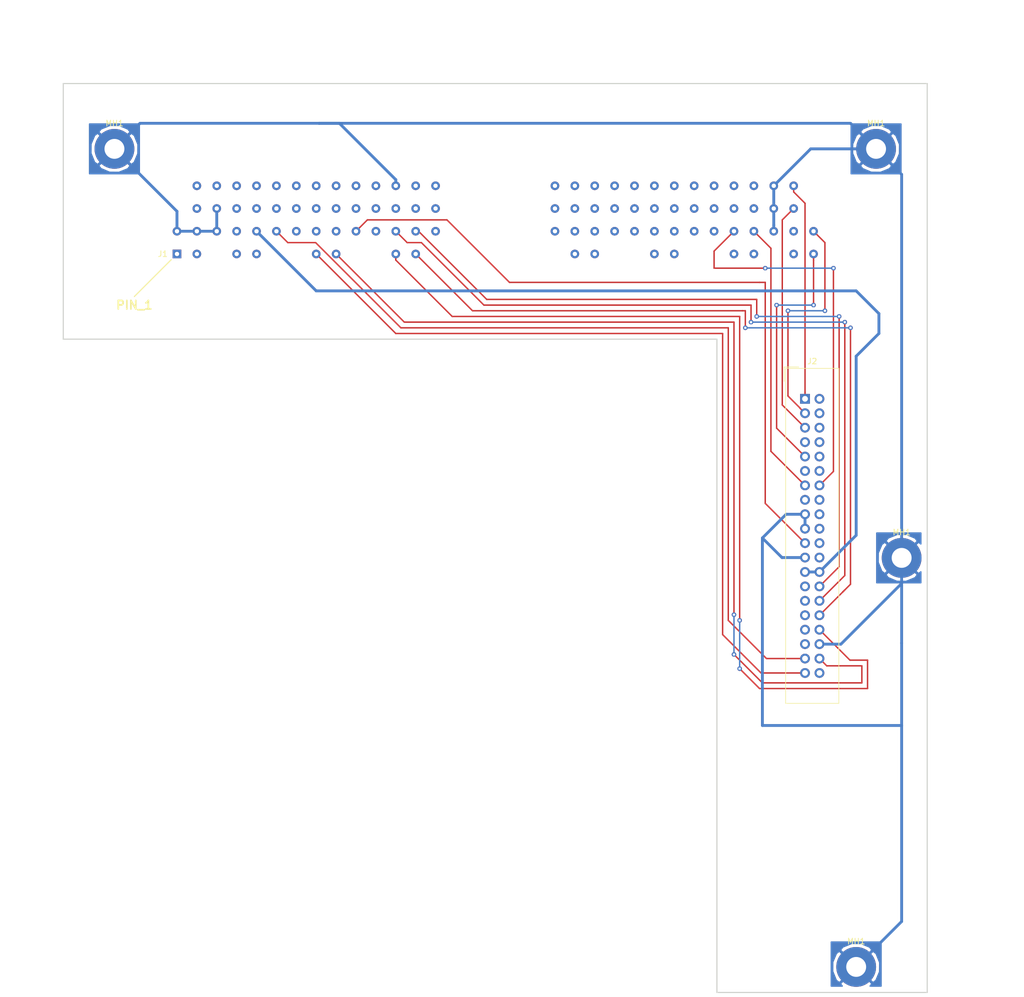
<source format=kicad_pcb>
(kicad_pcb (version 20171130) (host pcbnew "(5.0.0)")

  (general
    (thickness 1.6)
    (drawings 27)
    (tracks 154)
    (zones 0)
    (modules 6)
    (nets 110)
  )

  (page A4)
  (layers
    (0 F.Cu signal)
    (31 B.Cu signal)
    (32 B.Adhes user)
    (33 F.Adhes user)
    (34 B.Paste user)
    (35 F.Paste user)
    (36 B.SilkS user)
    (37 F.SilkS user)
    (38 B.Mask user)
    (39 F.Mask user)
    (40 Dwgs.User user)
    (41 Cmts.User user)
    (42 Eco1.User user)
    (43 Eco2.User user)
    (44 Edge.Cuts user)
    (45 Margin user)
    (46 B.CrtYd user)
    (47 F.CrtYd user)
    (48 B.Fab user)
    (49 F.Fab user)
  )

  (setup
    (last_trace_width 0.25)
    (trace_clearance 0.2)
    (zone_clearance 0.508)
    (zone_45_only no)
    (trace_min 0.1524)
    (segment_width 0.2)
    (edge_width 0.15)
    (via_size 0.8)
    (via_drill 0.4)
    (via_min_size 0.4)
    (via_min_drill 0.254)
    (uvia_size 0.3)
    (uvia_drill 0.1)
    (uvias_allowed no)
    (uvia_min_size 0.2)
    (uvia_min_drill 0.1)
    (pcb_text_width 0.3)
    (pcb_text_size 1.5 1.5)
    (mod_edge_width 0.15)
    (mod_text_size 1 1)
    (mod_text_width 0.15)
    (pad_size 1.524 1.524)
    (pad_drill 0.762)
    (pad_to_mask_clearance 0.0508)
    (aux_axis_origin 0 0)
    (visible_elements 7FFFFFFF)
    (pcbplotparams
      (layerselection 0x010fc_ffffffff)
      (usegerberextensions false)
      (usegerberattributes false)
      (usegerberadvancedattributes false)
      (creategerberjobfile false)
      (excludeedgelayer true)
      (linewidth 0.100000)
      (plotframeref false)
      (viasonmask false)
      (mode 1)
      (useauxorigin false)
      (hpglpennumber 1)
      (hpglpenspeed 20)
      (hpglpendiameter 15.000000)
      (psnegative false)
      (psa4output false)
      (plotreference true)
      (plotvalue true)
      (plotinvisibletext false)
      (padsonsilk false)
      (subtractmaskfromsilk false)
      (outputformat 1)
      (mirror false)
      (drillshape 0)
      (scaleselection 1)
      (outputdirectory "C:/Users/Adam/Documents/car/car4.svg"))
  )

  (net 0 "")
  (net 1 /Injector_1_1)
  (net 2 /Injector_2_1)
  (net 3 /Injector_3_1)
  (net 4 /Injector_3_2)
  (net 5 /Injector_4_1)
  (net 6 /Injector_4_2)
  (net 7 /Ignition_1)
  (net 8 /Ignition_4)
  (net 9 GND)
  (net 10 /MAP_0-5v)
  (net 11 /5v)
  (net 12 /Proto_1A)
  (net 13 /Proto_2A)
  (net 14 /Proto_3A)
  (net 15 /Proto_4A)
  (net 16 /Proto_5A)
  (net 17 /Coolant)
  (net 18 /Intake_Air_Temp)
  (net 19 /O2_Sensor)
  (net 20 /TPS_Input)
  (net 21 /Cam_Input_VR2+)
  (net 22 /Crank_Input_VR1+)
  (net 23 /VR2-)
  (net 24 /Idle_Stepper_2B)
  (net 25 /Idle_Stepper_2A)
  (net 26 /Idle_Stepper_1A)
  (net 27 /Idle_Stepper_1B)
  (net 28 /Ignition_3)
  (net 29 /Ignition_2)
  (net 30 /Boost)
  (net 31 /Idle_2)
  (net 32 /PWM_Idle)
  (net 33 /VVT)
  (net 34 /Injector_2_2?)
  (net 35 /Injector_1_2)
  (net 36 "Net-(J1-Pad1)")
  (net 37 "Net-(J1-Pad2)")
  (net 38 "Net-(J1-Pad3)")
  (net 39 "Net-(J1-Pad4)")
  (net 40 "Net-(J1-Pad9)")
  (net 41 "Net-(J1-Pad10)")
  (net 42 "Net-(J1-Pad11)")
  (net 43 "Net-(J1-Pad12)")
  (net 44 "Net-(J1-Pad13)")
  (net 45 "Net-(J1-Pad14)")
  (net 46 "Net-(J1-Pad15)")
  (net 47 "Net-(J1-Pad20)")
  (net 48 "Net-(J1-Pad23)")
  (net 49 "Net-(J1-Pad24)")
  (net 50 "Net-(J1-Pad25)")
  (net 51 "Net-(J1-Pad27)")
  (net 52 /VR1-)
  (net 53 "Net-(J1-Pad30)")
  (net 54 "Net-(J1-Pad31)")
  (net 55 /Proto_3B)
  (net 56 "Net-(J1-Pad33)")
  (net 57 "Net-(J1-Pad34)")
  (net 58 "Net-(J1-Pad35)")
  (net 59 "Net-(J1-Pad36)")
  (net 60 "Net-(J1-Pad37)")
  (net 61 "Net-(J1-Pad38)")
  (net 62 "Net-(J1-Pad39)")
  (net 63 "Net-(J1-Pad43)")
  (net 64 "Net-(J1-Pad45)")
  (net 65 "Net-(J1-Pad47)")
  (net 66 "Net-(J1-Pad48)")
  (net 67 "Net-(J1-Pad49)")
  (net 68 "Net-(J1-Pad50)")
  (net 69 "Net-(J1-Pad51)")
  (net 70 "Net-(J1-Pad52)")
  (net 71 "Net-(J1-Pad53)")
  (net 72 "Net-(J1-Pad54)")
  (net 73 "Net-(J1-Pad55)")
  (net 74 "Net-(J1-Pad56)")
  (net 75 "Net-(J1-Pad57)")
  (net 76 "Net-(J1-Pad58)")
  (net 77 "Net-(J1-Pad59)")
  (net 78 "Net-(J1-Pad60)")
  (net 79 "Net-(J1-Pad61)")
  (net 80 "Net-(J1-Pad62)")
  (net 81 "Net-(J1-Pad63)")
  (net 82 "Net-(J1-Pad64)")
  (net 83 "Net-(J1-Pad65)")
  (net 84 "Net-(J1-Pad66)")
  (net 85 "Net-(J1-Pad67)")
  (net 86 "Net-(J1-Pad68)")
  (net 87 "Net-(J1-Pad71)")
  (net 88 "Net-(J1-Pad72)")
  (net 89 "Net-(J1-Pad73)")
  (net 90 "Net-(J1-Pad74)")
  (net 91 "Net-(J1-Pad75)")
  (net 92 "Net-(J1-Pad76)")
  (net 93 "Net-(J1-Pad77)")
  (net 94 "Net-(J1-Pad78)")
  (net 95 "Net-(J1-Pad79)")
  (net 96 "Net-(J1-Pad80)")
  (net 97 "Net-(J1-Pad82)")
  (net 98 "Net-(J1-Pad83)")
  (net 99 "Net-(J1-Pad84)")
  (net 100 "Net-(J1-Pad85)")
  (net 101 "Net-(J1-Pad86)")
  (net 102 "Net-(J1-Pad87)")
  (net 103 "Net-(J1-Pad88)")
  (net 104 "Net-(J1-Pad89)")
  (net 105 "Net-(J1-Pad90)")
  (net 106 "Net-(J1-Pad91)")
  (net 107 "Net-(J1-Pad92)")
  (net 108 "Net-(J1-Pad93)")
  (net 109 "Net-(J1-Pad94)")

  (net_class Default "This is the default net class."
    (clearance 0.2)
    (trace_width 0.25)
    (via_dia 0.8)
    (via_drill 0.4)
    (uvia_dia 0.3)
    (uvia_drill 0.1)
    (add_net /5v)
    (add_net /Boost)
    (add_net /Cam_Input_VR2+)
    (add_net /Coolant)
    (add_net /Crank_Input_VR1+)
    (add_net /Idle_2)
    (add_net /Idle_Stepper_1A)
    (add_net /Idle_Stepper_1B)
    (add_net /Idle_Stepper_2A)
    (add_net /Idle_Stepper_2B)
    (add_net /Ignition_1)
    (add_net /Ignition_2)
    (add_net /Ignition_3)
    (add_net /Ignition_4)
    (add_net /Injector_1_1)
    (add_net /Injector_1_2)
    (add_net /Injector_2_1)
    (add_net /Injector_2_2?)
    (add_net /Injector_3_1)
    (add_net /Injector_3_2)
    (add_net /Injector_4_1)
    (add_net /Injector_4_2)
    (add_net /Intake_Air_Temp)
    (add_net /MAP_0-5v)
    (add_net /O2_Sensor)
    (add_net /PWM_Idle)
    (add_net /Proto_1A)
    (add_net /Proto_2A)
    (add_net /Proto_3A)
    (add_net /Proto_3B)
    (add_net /Proto_4A)
    (add_net /Proto_5A)
    (add_net /TPS_Input)
    (add_net /VR1-)
    (add_net /VR2-)
    (add_net /VVT)
    (add_net GND)
    (add_net "Net-(J1-Pad1)")
    (add_net "Net-(J1-Pad10)")
    (add_net "Net-(J1-Pad11)")
    (add_net "Net-(J1-Pad12)")
    (add_net "Net-(J1-Pad13)")
    (add_net "Net-(J1-Pad14)")
    (add_net "Net-(J1-Pad15)")
    (add_net "Net-(J1-Pad2)")
    (add_net "Net-(J1-Pad20)")
    (add_net "Net-(J1-Pad23)")
    (add_net "Net-(J1-Pad24)")
    (add_net "Net-(J1-Pad25)")
    (add_net "Net-(J1-Pad27)")
    (add_net "Net-(J1-Pad3)")
    (add_net "Net-(J1-Pad30)")
    (add_net "Net-(J1-Pad31)")
    (add_net "Net-(J1-Pad33)")
    (add_net "Net-(J1-Pad34)")
    (add_net "Net-(J1-Pad35)")
    (add_net "Net-(J1-Pad36)")
    (add_net "Net-(J1-Pad37)")
    (add_net "Net-(J1-Pad38)")
    (add_net "Net-(J1-Pad39)")
    (add_net "Net-(J1-Pad4)")
    (add_net "Net-(J1-Pad43)")
    (add_net "Net-(J1-Pad45)")
    (add_net "Net-(J1-Pad47)")
    (add_net "Net-(J1-Pad48)")
    (add_net "Net-(J1-Pad49)")
    (add_net "Net-(J1-Pad50)")
    (add_net "Net-(J1-Pad51)")
    (add_net "Net-(J1-Pad52)")
    (add_net "Net-(J1-Pad53)")
    (add_net "Net-(J1-Pad54)")
    (add_net "Net-(J1-Pad55)")
    (add_net "Net-(J1-Pad56)")
    (add_net "Net-(J1-Pad57)")
    (add_net "Net-(J1-Pad58)")
    (add_net "Net-(J1-Pad59)")
    (add_net "Net-(J1-Pad60)")
    (add_net "Net-(J1-Pad61)")
    (add_net "Net-(J1-Pad62)")
    (add_net "Net-(J1-Pad63)")
    (add_net "Net-(J1-Pad64)")
    (add_net "Net-(J1-Pad65)")
    (add_net "Net-(J1-Pad66)")
    (add_net "Net-(J1-Pad67)")
    (add_net "Net-(J1-Pad68)")
    (add_net "Net-(J1-Pad71)")
    (add_net "Net-(J1-Pad72)")
    (add_net "Net-(J1-Pad73)")
    (add_net "Net-(J1-Pad74)")
    (add_net "Net-(J1-Pad75)")
    (add_net "Net-(J1-Pad76)")
    (add_net "Net-(J1-Pad77)")
    (add_net "Net-(J1-Pad78)")
    (add_net "Net-(J1-Pad79)")
    (add_net "Net-(J1-Pad80)")
    (add_net "Net-(J1-Pad82)")
    (add_net "Net-(J1-Pad83)")
    (add_net "Net-(J1-Pad84)")
    (add_net "Net-(J1-Pad85)")
    (add_net "Net-(J1-Pad86)")
    (add_net "Net-(J1-Pad87)")
    (add_net "Net-(J1-Pad88)")
    (add_net "Net-(J1-Pad89)")
    (add_net "Net-(J1-Pad9)")
    (add_net "Net-(J1-Pad90)")
    (add_net "Net-(J1-Pad91)")
    (add_net "Net-(J1-Pad92)")
    (add_net "Net-(J1-Pad93)")
    (add_net "Net-(J1-Pad94)")
  )

  (module "Connector:Subaru ECM Connector" (layer B.Cu) (tedit 5BB55943) (tstamp 5BC53ED2)
    (at 40 45)
    (path /5BB1DA41)
    (fp_text reference J1 (at -2.5 0) (layer F.SilkS)
      (effects (font (size 1 1) (thickness 0.15)))
    )
    (fp_text value Subaru_ECM (at -6 -2) (layer F.Fab)
      (effects (font (size 1 1) (thickness 0.15)))
    )
    (pad 1 thru_hole rect (at 0 0) (size 1.524 1.524) (drill 0.762) (layers *.Cu *.Mask)
      (net 36 "Net-(J1-Pad1)"))
    (pad 2 thru_hole circle (at 3.5 0) (size 1.524 1.524) (drill 0.762) (layers *.Cu *.Mask)
      (net 37 "Net-(J1-Pad2)"))
    (pad 3 thru_hole circle (at 10.5 0) (size 1.524 1.524) (drill 0.762) (layers *.Cu *.Mask)
      (net 38 "Net-(J1-Pad3)"))
    (pad 4 thru_hole circle (at 14 0) (size 1.524 1.524) (drill 0.762) (layers *.Cu *.Mask)
      (net 39 "Net-(J1-Pad4)"))
    (pad 5 thru_hole circle (at 24.5 0) (size 1.524 1.524) (drill 0.762) (layers *.Cu *.Mask)
      (net 18 /Intake_Air_Temp))
    (pad 6 thru_hole circle (at 28 0) (size 1.524 1.524) (drill 0.762) (layers *.Cu *.Mask)
      (net 20 /TPS_Input))
    (pad 7 thru_hole circle (at 38.5 0) (size 1.524 1.524) (drill 0.762) (layers *.Cu *.Mask)
      (net 21 /Cam_Input_VR2+))
    (pad 8 thru_hole circle (at 42 0) (size 1.524 1.524) (drill 0.762) (layers *.Cu *.Mask)
      (net 22 /Crank_Input_VR1+))
    (pad 9 thru_hole circle (at 70 0) (size 1.524 1.524) (drill 0.762) (layers *.Cu *.Mask)
      (net 40 "Net-(J1-Pad9)"))
    (pad 10 thru_hole circle (at 73.5 0) (size 1.524 1.524) (drill 0.762) (layers *.Cu *.Mask)
      (net 41 "Net-(J1-Pad10)"))
    (pad 11 thru_hole circle (at 84 0) (size 1.524 1.524) (drill 0.762) (layers *.Cu *.Mask)
      (net 42 "Net-(J1-Pad11)"))
    (pad 12 thru_hole circle (at 87.5 0) (size 1.524 1.524) (drill 0.762) (layers *.Cu *.Mask)
      (net 43 "Net-(J1-Pad12)"))
    (pad 13 thru_hole circle (at 98 0) (size 1.524 1.524) (drill 0.762) (layers *.Cu *.Mask)
      (net 44 "Net-(J1-Pad13)"))
    (pad 14 thru_hole circle (at 101.5 0) (size 1.524 1.524) (drill 0.762) (layers *.Cu *.Mask)
      (net 45 "Net-(J1-Pad14)"))
    (pad 15 thru_hole circle (at 108.5 0) (size 1.524 1.524) (drill 0.762) (layers *.Cu *.Mask)
      (net 46 "Net-(J1-Pad15)"))
    (pad 16 thru_hole circle (at 112 0) (size 1.524 1.524) (drill 0.762) (layers *.Cu *.Mask)
      (net 5 /Injector_4_1))
    (pad 17 thru_hole circle (at 0 -4) (size 1.524 1.524) (drill 0.762) (layers *.Cu *.Mask)
      (net 9 GND))
    (pad 18 thru_hole circle (at 3.5 -4) (size 1.524 1.524) (drill 0.762) (layers *.Cu *.Mask)
      (net 9 GND))
    (pad 19 thru_hole circle (at 7 -4) (size 1.524 1.524) (drill 0.762) (layers *.Cu *.Mask)
      (net 9 GND))
    (pad 20 thru_hole circle (at 10.5 -4) (size 1.524 1.524) (drill 0.762) (layers *.Cu *.Mask)
      (net 47 "Net-(J1-Pad20)"))
    (pad 21 thru_hole circle (at 14 -4) (size 1.524 1.524) (drill 0.762) (layers *.Cu *.Mask)
      (net 11 /5v))
    (pad 22 thru_hole circle (at 17.5 -4) (size 1.524 1.524) (drill 0.762) (layers *.Cu *.Mask)
      (net 17 /Coolant))
    (pad 23 thru_hole circle (at 21 -4) (size 1.524 1.524) (drill 0.762) (layers *.Cu *.Mask)
      (net 48 "Net-(J1-Pad23)"))
    (pad 24 thru_hole circle (at 24.5 -4) (size 1.524 1.524) (drill 0.762) (layers *.Cu *.Mask)
      (net 49 "Net-(J1-Pad24)"))
    (pad 25 thru_hole circle (at 28 -4) (size 1.524 1.524) (drill 0.762) (layers *.Cu *.Mask)
      (net 50 "Net-(J1-Pad25)"))
    (pad 26 thru_hole circle (at 31.5 -4) (size 1.524 1.524) (drill 0.762) (layers *.Cu *.Mask)
      (net 10 /MAP_0-5v))
    (pad 27 thru_hole circle (at 35 -4) (size 1.524 1.524) (drill 0.762) (layers *.Cu *.Mask)
      (net 51 "Net-(J1-Pad27)"))
    (pad 28 thru_hole circle (at 38.5 -4) (size 1.524 1.524) (drill 0.762) (layers *.Cu *.Mask)
      (net 23 /VR2-))
    (pad 29 thru_hole circle (at 42 -4) (size 1.524 1.524) (drill 0.762) (layers *.Cu *.Mask)
      (net 52 /VR1-))
    (pad 30 thru_hole circle (at 45.5 -4) (size 1.524 1.524) (drill 0.762) (layers *.Cu *.Mask)
      (net 53 "Net-(J1-Pad30)"))
    (pad 31 thru_hole circle (at 66.5 -4) (size 1.524 1.524) (drill 0.762) (layers *.Cu *.Mask)
      (net 54 "Net-(J1-Pad31)"))
    (pad 32 thru_hole circle (at 70 -4) (size 1.524 1.524) (drill 0.762) (layers *.Cu *.Mask)
      (net 55 /Proto_3B))
    (pad 33 thru_hole circle (at 73.5 -4) (size 1.524 1.524) (drill 0.762) (layers *.Cu *.Mask)
      (net 56 "Net-(J1-Pad33)"))
    (pad 34 thru_hole circle (at 77 -4) (size 1.524 1.524) (drill 0.762) (layers *.Cu *.Mask)
      (net 57 "Net-(J1-Pad34)"))
    (pad 35 thru_hole circle (at 80.5 -4) (size 1.524 1.524) (drill 0.762) (layers *.Cu *.Mask)
      (net 58 "Net-(J1-Pad35)"))
    (pad 36 thru_hole circle (at 84 -4) (size 1.524 1.524) (drill 0.762) (layers *.Cu *.Mask)
      (net 59 "Net-(J1-Pad36)"))
    (pad 37 thru_hole circle (at 87.5 -4) (size 1.524 1.524) (drill 0.762) (layers *.Cu *.Mask)
      (net 60 "Net-(J1-Pad37)"))
    (pad 38 thru_hole circle (at 91 -4) (size 1.524 1.524) (drill 0.762) (layers *.Cu *.Mask)
      (net 61 "Net-(J1-Pad38)"))
    (pad 39 thru_hole circle (at 94.5 -4) (size 1.524 1.524) (drill 0.762) (layers *.Cu *.Mask)
      (net 62 "Net-(J1-Pad39)"))
    (pad 40 thru_hole circle (at 98 -4) (size 1.524 1.524) (drill 0.762) (layers *.Cu *.Mask)
      (net 29 /Ignition_2))
    (pad 41 thru_hole circle (at 101.5 -4) (size 1.524 1.524) (drill 0.762) (layers *.Cu *.Mask)
      (net 7 /Ignition_1))
    (pad 42 thru_hole circle (at 105 -4) (size 1.524 1.524) (drill 0.762) (layers *.Cu *.Mask)
      (net 9 GND))
    (pad 43 thru_hole circle (at 108.5 -4) (size 1.524 1.524) (drill 0.762) (layers *.Cu *.Mask)
      (net 63 "Net-(J1-Pad43)"))
    (pad 44 thru_hole circle (at 112 -4) (size 1.524 1.524) (drill 0.762) (layers *.Cu *.Mask)
      (net 2 /Injector_2_1))
    (pad 45 thru_hole circle (at 3.5 -8) (size 1.524 1.524) (drill 0.762) (layers *.Cu *.Mask)
      (net 64 "Net-(J1-Pad45)"))
    (pad 46 thru_hole circle (at 7 -8) (size 1.524 1.524) (drill 0.762) (layers *.Cu *.Mask)
      (net 9 GND))
    (pad 47 thru_hole circle (at 10.5 -8) (size 1.524 1.524) (drill 0.762) (layers *.Cu *.Mask)
      (net 65 "Net-(J1-Pad47)"))
    (pad 48 thru_hole circle (at 14 -8) (size 1.524 1.524) (drill 0.762) (layers *.Cu *.Mask)
      (net 66 "Net-(J1-Pad48)"))
    (pad 49 thru_hole circle (at 17.5 -8) (size 1.524 1.524) (drill 0.762) (layers *.Cu *.Mask)
      (net 67 "Net-(J1-Pad49)"))
    (pad 50 thru_hole circle (at 21 -8) (size 1.524 1.524) (drill 0.762) (layers *.Cu *.Mask)
      (net 68 "Net-(J1-Pad50)"))
    (pad 51 thru_hole circle (at 24.5 -8) (size 1.524 1.524) (drill 0.762) (layers *.Cu *.Mask)
      (net 69 "Net-(J1-Pad51)"))
    (pad 52 thru_hole circle (at 28 -8) (size 1.524 1.524) (drill 0.762) (layers *.Cu *.Mask)
      (net 70 "Net-(J1-Pad52)"))
    (pad 53 thru_hole circle (at 31.5 -8) (size 1.524 1.524) (drill 0.762) (layers *.Cu *.Mask)
      (net 71 "Net-(J1-Pad53)"))
    (pad 54 thru_hole circle (at 35 -8) (size 1.524 1.524) (drill 0.762) (layers *.Cu *.Mask)
      (net 72 "Net-(J1-Pad54)"))
    (pad 55 thru_hole circle (at 38.5 -8) (size 1.524 1.524) (drill 0.762) (layers *.Cu *.Mask)
      (net 73 "Net-(J1-Pad55)"))
    (pad 56 thru_hole circle (at 42 -8) (size 1.524 1.524) (drill 0.762) (layers *.Cu *.Mask)
      (net 74 "Net-(J1-Pad56)"))
    (pad 57 thru_hole circle (at 45.5 -8) (size 1.524 1.524) (drill 0.762) (layers *.Cu *.Mask)
      (net 75 "Net-(J1-Pad57)"))
    (pad 58 thru_hole circle (at 66.5 -8) (size 1.524 1.524) (drill 0.762) (layers *.Cu *.Mask)
      (net 76 "Net-(J1-Pad58)"))
    (pad 59 thru_hole circle (at 70 -8) (size 1.524 1.524) (drill 0.762) (layers *.Cu *.Mask)
      (net 77 "Net-(J1-Pad59)"))
    (pad 60 thru_hole circle (at 73.5 -8) (size 1.524 1.524) (drill 0.762) (layers *.Cu *.Mask)
      (net 78 "Net-(J1-Pad60)"))
    (pad 61 thru_hole circle (at 77 -8) (size 1.524 1.524) (drill 0.762) (layers *.Cu *.Mask)
      (net 79 "Net-(J1-Pad61)"))
    (pad 62 thru_hole circle (at 80.5 -8) (size 1.524 1.524) (drill 0.762) (layers *.Cu *.Mask)
      (net 80 "Net-(J1-Pad62)"))
    (pad 63 thru_hole circle (at 84 -8) (size 1.524 1.524) (drill 0.762) (layers *.Cu *.Mask)
      (net 81 "Net-(J1-Pad63)"))
    (pad 64 thru_hole circle (at 87.5 -8) (size 1.524 1.524) (drill 0.762) (layers *.Cu *.Mask)
      (net 82 "Net-(J1-Pad64)"))
    (pad 65 thru_hole circle (at 91 -8) (size 1.524 1.524) (drill 0.762) (layers *.Cu *.Mask)
      (net 83 "Net-(J1-Pad65)"))
    (pad 66 thru_hole circle (at 94.5 -8) (size 1.524 1.524) (drill 0.762) (layers *.Cu *.Mask)
      (net 84 "Net-(J1-Pad66)"))
    (pad 67 thru_hole circle (at 98 -8) (size 1.524 1.524) (drill 0.762) (layers *.Cu *.Mask)
      (net 85 "Net-(J1-Pad67)"))
    (pad 68 thru_hole circle (at 101.5 -8) (size 1.524 1.524) (drill 0.762) (layers *.Cu *.Mask)
      (net 86 "Net-(J1-Pad68)"))
    (pad 69 thru_hole circle (at 105 -8) (size 1.524 1.524) (drill 0.762) (layers *.Cu *.Mask)
      (net 9 GND))
    (pad 70 thru_hole circle (at 108.5 -8) (size 1.524 1.524) (drill 0.762) (layers *.Cu *.Mask)
      (net 3 /Injector_3_1))
    (pad 71 thru_hole circle (at 3.5 -12) (size 1.524 1.524) (drill 0.762) (layers *.Cu *.Mask)
      (net 87 "Net-(J1-Pad71)"))
    (pad 72 thru_hole circle (at 7 -12) (size 1.524 1.524) (drill 0.762) (layers *.Cu *.Mask)
      (net 88 "Net-(J1-Pad72)"))
    (pad 73 thru_hole circle (at 10.5 -12) (size 1.524 1.524) (drill 0.762) (layers *.Cu *.Mask)
      (net 89 "Net-(J1-Pad73)"))
    (pad 74 thru_hole circle (at 14 -12) (size 1.524 1.524) (drill 0.762) (layers *.Cu *.Mask)
      (net 90 "Net-(J1-Pad74)"))
    (pad 75 thru_hole circle (at 17.5 -12) (size 1.524 1.524) (drill 0.762) (layers *.Cu *.Mask)
      (net 91 "Net-(J1-Pad75)"))
    (pad 76 thru_hole circle (at 21 -12) (size 1.524 1.524) (drill 0.762) (layers *.Cu *.Mask)
      (net 92 "Net-(J1-Pad76)"))
    (pad 77 thru_hole circle (at 24.5 -12) (size 1.524 1.524) (drill 0.762) (layers *.Cu *.Mask)
      (net 93 "Net-(J1-Pad77)"))
    (pad 78 thru_hole circle (at 28 -12) (size 1.524 1.524) (drill 0.762) (layers *.Cu *.Mask)
      (net 94 "Net-(J1-Pad78)"))
    (pad 79 thru_hole circle (at 31.5 -12) (size 1.524 1.524) (drill 0.762) (layers *.Cu *.Mask)
      (net 95 "Net-(J1-Pad79)"))
    (pad 80 thru_hole circle (at 35 -12) (size 1.524 1.524) (drill 0.762) (layers *.Cu *.Mask)
      (net 96 "Net-(J1-Pad80)"))
    (pad 81 thru_hole circle (at 38.5 -12) (size 1.524 1.524) (drill 0.762) (layers *.Cu *.Mask)
      (net 9 GND))
    (pad 82 thru_hole circle (at 42 -12) (size 1.524 1.524) (drill 0.762) (layers *.Cu *.Mask)
      (net 97 "Net-(J1-Pad82)"))
    (pad 83 thru_hole circle (at 45.5 -12) (size 1.524 1.524) (drill 0.762) (layers *.Cu *.Mask)
      (net 98 "Net-(J1-Pad83)"))
    (pad 84 thru_hole circle (at 66.5 -12) (size 1.524 1.524) (drill 0.762) (layers *.Cu *.Mask)
      (net 99 "Net-(J1-Pad84)"))
    (pad 85 thru_hole circle (at 70 -12) (size 1.524 1.524) (drill 0.762) (layers *.Cu *.Mask)
      (net 100 "Net-(J1-Pad85)"))
    (pad 86 thru_hole circle (at 73.5 -12) (size 1.524 1.524) (drill 0.762) (layers *.Cu *.Mask)
      (net 101 "Net-(J1-Pad86)"))
    (pad 87 thru_hole circle (at 77 -12) (size 1.524 1.524) (drill 0.762) (layers *.Cu *.Mask)
      (net 102 "Net-(J1-Pad87)"))
    (pad 88 thru_hole circle (at 80.5 -12) (size 1.524 1.524) (drill 0.762) (layers *.Cu *.Mask)
      (net 103 "Net-(J1-Pad88)"))
    (pad 89 thru_hole circle (at 84 -12) (size 1.524 1.524) (drill 0.762) (layers *.Cu *.Mask)
      (net 104 "Net-(J1-Pad89)"))
    (pad 90 thru_hole circle (at 87.5 -12) (size 1.524 1.524) (drill 0.762) (layers *.Cu *.Mask)
      (net 105 "Net-(J1-Pad90)"))
    (pad 91 thru_hole circle (at 91 -12) (size 1.524 1.524) (drill 0.762) (layers *.Cu *.Mask)
      (net 106 "Net-(J1-Pad91)"))
    (pad 92 thru_hole circle (at 94.5 -12) (size 1.524 1.524) (drill 0.762) (layers *.Cu *.Mask)
      (net 107 "Net-(J1-Pad92)"))
    (pad 93 thru_hole circle (at 98 -12) (size 1.524 1.524) (drill 0.762) (layers *.Cu *.Mask)
      (net 108 "Net-(J1-Pad93)"))
    (pad 94 thru_hole circle (at 101.5 -12) (size 1.524 1.524) (drill 0.762) (layers *.Cu *.Mask)
      (net 109 "Net-(J1-Pad94)"))
    (pad 95 thru_hole circle (at 105 -12) (size 1.524 1.524) (drill 0.762) (layers *.Cu *.Mask)
      (net 9 GND))
    (pad 96 thru_hole circle (at 108.5 -12) (size 1.524 1.524) (drill 0.762) (layers *.Cu *.Mask)
      (net 1 /Injector_1_1))
  )

  (module MountingHole:MountingHole_3.5mm_Pad (layer F.Cu) (tedit 56D1B4CB) (tstamp 5BC55720)
    (at 167.5 98.5)
    (descr "Mounting Hole 3.5mm")
    (tags "mounting hole 3.5mm")
    (path /5BB4A7DE)
    (attr virtual)
    (fp_text reference MH1 (at 0 -4.5) (layer F.SilkS)
      (effects (font (size 1 1) (thickness 0.15)))
    )
    (fp_text value MountingHole_Pad (at 0 4.5) (layer F.Fab)
      (effects (font (size 1 1) (thickness 0.15)))
    )
    (fp_circle (center 0 0) (end 3.75 0) (layer F.CrtYd) (width 0.05))
    (fp_circle (center 0 0) (end 3.5 0) (layer Cmts.User) (width 0.15))
    (fp_text user %R (at 0.3 0) (layer F.Fab)
      (effects (font (size 1 1) (thickness 0.15)))
    )
    (pad 1 thru_hole circle (at 0 0) (size 7 7) (drill 3.5) (layers *.Cu *.Mask)
      (net 9 GND))
  )

  (module MountingHole:MountingHole_3.5mm_Pad (layer F.Cu) (tedit 56D1B4CB) (tstamp 5BC54324)
    (at 159.5 170.5)
    (descr "Mounting Hole 3.5mm")
    (tags "mounting hole 3.5mm")
    (path /5BB4A7DE)
    (attr virtual)
    (fp_text reference MH1 (at 0 -4.5) (layer F.SilkS)
      (effects (font (size 1 1) (thickness 0.15)))
    )
    (fp_text value MountingHole_Pad (at 0 4.5) (layer F.Fab)
      (effects (font (size 1 1) (thickness 0.15)))
    )
    (fp_text user %R (at 0.3 0) (layer F.Fab)
      (effects (font (size 1 1) (thickness 0.15)))
    )
    (fp_circle (center 0 0) (end 3.5 0) (layer Cmts.User) (width 0.15))
    (fp_circle (center 0 0) (end 3.75 0) (layer F.CrtYd) (width 0.05))
    (pad 1 thru_hole circle (at 0 0) (size 7 7) (drill 3.5) (layers *.Cu *.Mask)
      (net 9 GND))
  )

  (module MountingHole:MountingHole_3.5mm_Pad (layer F.Cu) (tedit 56D1B4CB) (tstamp 5BC4C887)
    (at 163 26.5)
    (descr "Mounting Hole 3.5mm")
    (tags "mounting hole 3.5mm")
    (path /5BB4A7DE)
    (attr virtual)
    (fp_text reference MH1 (at 0 -4.5) (layer F.SilkS)
      (effects (font (size 1 1) (thickness 0.15)))
    )
    (fp_text value MountingHole_Pad (at 0 4.5) (layer F.Fab)
      (effects (font (size 1 1) (thickness 0.15)))
    )
    (fp_circle (center 0 0) (end 3.75 0) (layer F.CrtYd) (width 0.05))
    (fp_circle (center 0 0) (end 3.5 0) (layer Cmts.User) (width 0.15))
    (fp_text user %R (at 0.3 0) (layer F.Fab)
      (effects (font (size 1 1) (thickness 0.15)))
    )
    (pad 1 thru_hole circle (at 0 0) (size 7 7) (drill 3.5) (layers *.Cu *.Mask)
      (net 9 GND))
  )

  (module MountingHole:MountingHole_3.5mm_Pad (layer F.Cu) (tedit 56D1B4CB) (tstamp 5BC4C484)
    (at 29 26.5)
    (descr "Mounting Hole 3.5mm")
    (tags "mounting hole 3.5mm")
    (path /5BB4A7DE)
    (attr virtual)
    (fp_text reference MH1 (at 0 -4.5) (layer F.SilkS)
      (effects (font (size 1 1) (thickness 0.15)))
    )
    (fp_text value MountingHole_Pad (at 0 4.5) (layer F.Fab)
      (effects (font (size 1 1) (thickness 0.15)))
    )
    (fp_text user %R (at 0.3 0) (layer F.Fab)
      (effects (font (size 1 1) (thickness 0.15)))
    )
    (fp_circle (center 0 0) (end 3.5 0) (layer Cmts.User) (width 0.15))
    (fp_circle (center 0 0) (end 3.75 0) (layer F.CrtYd) (width 0.05))
    (pad 1 thru_hole circle (at 0 0) (size 7 7) (drill 3.5) (layers *.Cu *.Mask)
      (net 9 GND))
  )

  (module Connector_IDC:IDC-Header_2x20_P2.54mm_Vertical-Counter-Clockwise (layer F.Cu) (tedit 5BACA20C) (tstamp 5BDE5CF1)
    (at 150.5 70.5)
    (descr "Through hole straight IDC box header, 2x20, 2.54mm pitch, double rows")
    (tags "Through hole IDC box header THT 2x20 2.54mm double row")
    (path /5BB5DE32)
    (fp_text reference J2 (at 1.27 -6.604) (layer F.SilkS)
      (effects (font (size 1 1) (thickness 0.15)))
    )
    (fp_text value Conn_02x20_Counter_Clockwise (at 1.27 54.864) (layer F.Fab)
      (effects (font (size 1 1) (thickness 0.15)))
    )
    (fp_line (start -3.655 -5.6) (end -1.115 -5.6) (layer F.SilkS) (width 0.12))
    (fp_line (start -3.655 -5.6) (end -3.655 -3.06) (layer F.SilkS) (width 0.12))
    (fp_line (start -3.405 -5.35) (end 5.945 -5.35) (layer F.SilkS) (width 0.12))
    (fp_line (start -3.405 53.61) (end -3.405 -5.35) (layer F.SilkS) (width 0.12))
    (fp_line (start 5.945 53.61) (end -3.405 53.61) (layer F.SilkS) (width 0.12))
    (fp_line (start 5.945 -5.35) (end 5.945 53.61) (layer F.SilkS) (width 0.12))
    (fp_line (start -3.41 -5.35) (end 5.95 -5.35) (layer F.CrtYd) (width 0.05))
    (fp_line (start -3.41 53.61) (end -3.41 -5.35) (layer F.CrtYd) (width 0.05))
    (fp_line (start 5.95 53.61) (end -3.41 53.61) (layer F.CrtYd) (width 0.05))
    (fp_line (start 5.95 -5.35) (end 5.95 53.61) (layer F.CrtYd) (width 0.05))
    (fp_line (start -3.155 53.36) (end -2.605 52.8) (layer F.Fab) (width 0.1))
    (fp_line (start -3.155 -5.1) (end -2.605 -4.56) (layer F.Fab) (width 0.1))
    (fp_line (start 5.695 53.36) (end 5.145 52.8) (layer F.Fab) (width 0.1))
    (fp_line (start 5.695 -5.1) (end 5.145 -4.56) (layer F.Fab) (width 0.1))
    (fp_line (start 5.145 52.8) (end -2.605 52.8) (layer F.Fab) (width 0.1))
    (fp_line (start 5.695 53.36) (end -3.155 53.36) (layer F.Fab) (width 0.1))
    (fp_line (start 5.145 -4.56) (end -2.605 -4.56) (layer F.Fab) (width 0.1))
    (fp_line (start 5.695 -5.1) (end -3.155 -5.1) (layer F.Fab) (width 0.1))
    (fp_line (start -2.605 26.38) (end -3.155 26.38) (layer F.Fab) (width 0.1))
    (fp_line (start -2.605 21.88) (end -3.155 21.88) (layer F.Fab) (width 0.1))
    (fp_line (start -2.605 26.38) (end -2.605 52.8) (layer F.Fab) (width 0.1))
    (fp_line (start -2.605 -4.56) (end -2.605 21.88) (layer F.Fab) (width 0.1))
    (fp_line (start -3.155 -5.1) (end -3.155 53.36) (layer F.Fab) (width 0.1))
    (fp_line (start 5.145 -4.56) (end 5.145 52.8) (layer F.Fab) (width 0.1))
    (fp_line (start 5.695 -5.1) (end 5.695 53.36) (layer F.Fab) (width 0.1))
    (fp_text user %R (at 1.27 24.13) (layer F.Fab)
      (effects (font (size 1 1) (thickness 0.15)))
    )
    (pad 21 thru_hole oval (at 2.54 48.26) (size 1.7272 1.7272) (drill 1.016) (layers *.Cu *.Mask)
      (net 19 /O2_Sensor))
    (pad 20 thru_hole oval (at 0 48.26) (size 1.7272 1.7272) (drill 1.016) (layers *.Cu *.Mask)
      (net 18 /Intake_Air_Temp))
    (pad 22 thru_hole oval (at 2.54 45.72) (size 1.7272 1.7272) (drill 1.016) (layers *.Cu *.Mask)
      (net 20 /TPS_Input))
    (pad 19 thru_hole oval (at 0 45.72) (size 1.7272 1.7272) (drill 1.016) (layers *.Cu *.Mask)
      (net 17 /Coolant))
    (pad 23 thru_hole oval (at 2.54 43.18) (size 1.7272 1.7272) (drill 1.016) (layers *.Cu *.Mask)
      (net 9 GND))
    (pad 18 thru_hole oval (at 0 43.18) (size 1.7272 1.7272) (drill 1.016) (layers *.Cu *.Mask)
      (net 16 /Proto_5A))
    (pad 24 thru_hole oval (at 2.54 40.64) (size 1.7272 1.7272) (drill 1.016) (layers *.Cu *.Mask)
      (net 21 /Cam_Input_VR2+))
    (pad 17 thru_hole oval (at 0 40.64) (size 1.7272 1.7272) (drill 1.016) (layers *.Cu *.Mask)
      (net 15 /Proto_4A))
    (pad 25 thru_hole oval (at 2.54 38.1) (size 1.7272 1.7272) (drill 1.016) (layers *.Cu *.Mask)
      (net 22 /Crank_Input_VR1+))
    (pad 16 thru_hole oval (at 0 38.1) (size 1.7272 1.7272) (drill 1.016) (layers *.Cu *.Mask)
      (net 14 /Proto_3A))
    (pad 26 thru_hole oval (at 2.54 35.56) (size 1.7272 1.7272) (drill 1.016) (layers *.Cu *.Mask)
      (net 23 /VR2-))
    (pad 15 thru_hole oval (at 0 35.56) (size 1.7272 1.7272) (drill 1.016) (layers *.Cu *.Mask)
      (net 13 /Proto_2A))
    (pad 27 thru_hole oval (at 2.54 33.02) (size 1.7272 1.7272) (drill 1.016) (layers *.Cu *.Mask)
      (net 52 /VR1-))
    (pad 14 thru_hole oval (at 0 33.02) (size 1.7272 1.7272) (drill 1.016) (layers *.Cu *.Mask)
      (net 12 /Proto_1A))
    (pad 28 thru_hole oval (at 2.54 30.48) (size 1.7272 1.7272) (drill 1.016) (layers *.Cu *.Mask)
      (net 11 /5v))
    (pad 13 thru_hole oval (at 0 30.48) (size 1.7272 1.7272) (drill 1.016) (layers *.Cu *.Mask)
      (net 11 /5v))
    (pad 29 thru_hole oval (at 2.54 27.94) (size 1.7272 1.7272) (drill 1.016) (layers *.Cu *.Mask)
      (net 24 /Idle_Stepper_2B))
    (pad 12 thru_hole oval (at 0 27.94) (size 1.7272 1.7272) (drill 1.016) (layers *.Cu *.Mask)
      (net 9 GND))
    (pad 30 thru_hole oval (at 2.54 25.4) (size 1.7272 1.7272) (drill 1.016) (layers *.Cu *.Mask)
      (net 25 /Idle_Stepper_2A))
    (pad 11 thru_hole oval (at 0 25.4) (size 1.7272 1.7272) (drill 1.016) (layers *.Cu *.Mask)
      (net 10 /MAP_0-5v))
    (pad 31 thru_hole oval (at 2.54 22.86) (size 1.7272 1.7272) (drill 1.016) (layers *.Cu *.Mask)
      (net 26 /Idle_Stepper_1A))
    (pad 10 thru_hole oval (at 0 22.86) (size 1.7272 1.7272) (drill 1.016) (layers *.Cu *.Mask)
      (net 9 GND))
    (pad 32 thru_hole oval (at 2.54 20.32) (size 1.7272 1.7272) (drill 1.016) (layers *.Cu *.Mask)
      (net 27 /Idle_Stepper_1B))
    (pad 9 thru_hole oval (at 0 20.32) (size 1.7272 1.7272) (drill 1.016) (layers *.Cu *.Mask)
      (net 9 GND))
    (pad 33 thru_hole oval (at 2.54 17.78) (size 1.7272 1.7272) (drill 1.016) (layers *.Cu *.Mask)
      (net 28 /Ignition_3))
    (pad 8 thru_hole oval (at 0 17.78) (size 1.7272 1.7272) (drill 1.016) (layers *.Cu *.Mask)
      (net 8 /Ignition_4))
    (pad 34 thru_hole oval (at 2.54 15.24) (size 1.7272 1.7272) (drill 1.016) (layers *.Cu *.Mask)
      (net 29 /Ignition_2))
    (pad 7 thru_hole oval (at 0 15.24) (size 1.7272 1.7272) (drill 1.016) (layers *.Cu *.Mask)
      (net 7 /Ignition_1))
    (pad 35 thru_hole oval (at 2.54 12.7) (size 1.7272 1.7272) (drill 1.016) (layers *.Cu *.Mask)
      (net 30 /Boost))
    (pad 6 thru_hole oval (at 0 12.7) (size 1.7272 1.7272) (drill 1.016) (layers *.Cu *.Mask)
      (net 6 /Injector_4_2))
    (pad 36 thru_hole oval (at 2.54 10.16) (size 1.7272 1.7272) (drill 1.016) (layers *.Cu *.Mask)
      (net 31 /Idle_2))
    (pad 5 thru_hole oval (at 0 10.16) (size 1.7272 1.7272) (drill 1.016) (layers *.Cu *.Mask)
      (net 5 /Injector_4_1))
    (pad 37 thru_hole oval (at 2.54 7.62) (size 1.7272 1.7272) (drill 1.016) (layers *.Cu *.Mask)
      (net 32 /PWM_Idle))
    (pad 4 thru_hole oval (at 0 7.62) (size 1.7272 1.7272) (drill 1.016) (layers *.Cu *.Mask)
      (net 4 /Injector_3_2))
    (pad 38 thru_hole oval (at 2.54 5.08) (size 1.7272 1.7272) (drill 1.016) (layers *.Cu *.Mask)
      (net 33 /VVT))
    (pad 3 thru_hole oval (at 0 5.08) (size 1.7272 1.7272) (drill 1.016) (layers *.Cu *.Mask)
      (net 3 /Injector_3_1))
    (pad 39 thru_hole oval (at 2.54 2.54) (size 1.7272 1.7272) (drill 1.016) (layers *.Cu *.Mask)
      (net 34 /Injector_2_2?))
    (pad 2 thru_hole oval (at 0 2.54) (size 1.7272 1.7272) (drill 1.016) (layers *.Cu *.Mask)
      (net 2 /Injector_2_1))
    (pad 40 thru_hole oval (at 2.54 0) (size 1.7272 1.7272) (drill 1.016) (layers *.Cu *.Mask)
      (net 35 /Injector_1_2))
    (pad 1 thru_hole rect (at 0 0) (size 1.7272 1.7272) (drill 1.016) (layers *.Cu *.Mask)
      (net 1 /Injector_1_1))
    (model ${KISYS3DMOD}/Connector_IDC.3dshapes/IDC-Header_2x20_P2.54mm_Vertical.wrl
      (at (xyz 0 0 0))
      (scale (xyz 1 1 1))
      (rotate (xyz 0 0 0))
    )
  )

  (gr_line (start 32.5 52.5) (end 39 46) (layer F.SilkS) (width 0.2))
  (gr_text PIN_1 (at 32.5 54) (layer F.SilkS)
    (effects (font (size 1.5 1.5) (thickness 0.3)))
  )
  (dimension 115 (width 0.3) (layer Dwgs.User)
    (gr_text "115.000 mm" (at 126.9 117.5 90) (layer Dwgs.User)
      (effects (font (size 1.5 1.5) (thickness 0.3)))
    )
    (feature1 (pts (xy 135 60) (xy 128.413579 60)))
    (feature2 (pts (xy 135 175) (xy 128.413579 175)))
    (crossbar (pts (xy 129 175) (xy 129 60)))
    (arrow1a (pts (xy 129 60) (xy 129.586421 61.126504)))
    (arrow1b (pts (xy 129 60) (xy 128.413579 61.126504)))
    (arrow2a (pts (xy 129 175) (xy 129.586421 173.873496)))
    (arrow2b (pts (xy 129 175) (xy 128.413579 173.873496)))
  )
  (dimension 45 (width 0.3) (layer Dwgs.User)
    (gr_text "45.000 mm" (at 14.4 37.5 270) (layer Dwgs.User)
      (effects (font (size 1.5 1.5) (thickness 0.3)))
    )
    (feature1 (pts (xy 20 60) (xy 15.913579 60)))
    (feature2 (pts (xy 20 15) (xy 15.913579 15)))
    (crossbar (pts (xy 16.5 15) (xy 16.5 60)))
    (arrow1a (pts (xy 16.5 60) (xy 15.913579 58.873496)))
    (arrow1b (pts (xy 16.5 60) (xy 17.086421 58.873496)))
    (arrow2a (pts (xy 16.5 15) (xy 15.913579 16.126504)))
    (arrow2b (pts (xy 16.5 15) (xy 17.086421 16.126504)))
  )
  (dimension 10.5 (width 0.3) (layer Dwgs.User)
    (gr_text "10.500 mm" (at 101.25 38.4) (layer Dwgs.User)
      (effects (font (size 1.5 1.5) (thickness 0.3)))
    )
    (feature1 (pts (xy 96 40.5) (xy 96 39.913579)))
    (feature2 (pts (xy 106.5 40.5) (xy 106.5 39.913579)))
    (crossbar (pts (xy 106.5 40.5) (xy 96 40.5)))
    (arrow1a (pts (xy 96 40.5) (xy 97.126504 39.913579)))
    (arrow1b (pts (xy 96 40.5) (xy 97.126504 41.086421)))
    (arrow2a (pts (xy 106.5 40.5) (xy 105.373496 39.913579)))
    (arrow2b (pts (xy 106.5 40.5) (xy 105.373496 41.086421)))
  )
  (dimension 10.5 (width 0.3) (layer Dwgs.User)
    (gr_text "10.500 mm" (at 90.75 42.6) (layer Dwgs.User)
      (effects (font (size 1.5 1.5) (thickness 0.3)))
    )
    (feature1 (pts (xy 96 40.5) (xy 96 41.086421)))
    (feature2 (pts (xy 85.5 40.5) (xy 85.5 41.086421)))
    (crossbar (pts (xy 85.5 40.5) (xy 96 40.5)))
    (arrow1a (pts (xy 96 40.5) (xy 94.873496 41.086421)))
    (arrow1b (pts (xy 96 40.5) (xy 94.873496 39.913579)))
    (arrow2a (pts (xy 85.5 40.5) (xy 86.626504 41.086421)))
    (arrow2b (pts (xy 85.5 40.5) (xy 86.626504 39.913579)))
  )
  (dimension 25.5 (width 0.3) (layer Dwgs.User)
    (gr_text "25.500 mm" (at 93.9 27.75 270) (layer Dwgs.User)
      (effects (font (size 1.5 1.5) (thickness 0.3)))
    )
    (feature1 (pts (xy 96 40.5) (xy 95.413579 40.5)))
    (feature2 (pts (xy 96 15) (xy 95.413579 15)))
    (crossbar (pts (xy 96 15) (xy 96 40.5)))
    (arrow1a (pts (xy 96 40.5) (xy 95.413579 39.373496)))
    (arrow1b (pts (xy 96 40.5) (xy 96.586421 39.373496)))
    (arrow2a (pts (xy 96 15) (xy 95.413579 16.126504)))
    (arrow2b (pts (xy 96 15) (xy 96.586421 16.126504)))
  )
  (dimension 4.5 (width 0.3) (layer Dwgs.User)
    (gr_text "4.500 mm" (at 151.4 172.75 90) (layer Dwgs.User)
      (effects (font (size 1.5 1.5) (thickness 0.3)))
    )
    (feature1 (pts (xy 159.5 170.5) (xy 152.913579 170.5)))
    (feature2 (pts (xy 159.5 175) (xy 152.913579 175)))
    (crossbar (pts (xy 153.5 175) (xy 153.5 170.5)))
    (arrow1a (pts (xy 153.5 170.5) (xy 154.086421 171.626504)))
    (arrow1b (pts (xy 153.5 170.5) (xy 152.913579 171.626504)))
    (arrow2a (pts (xy 153.5 175) (xy 154.086421 173.873496)))
    (arrow2b (pts (xy 153.5 175) (xy 152.913579 173.873496)))
  )
  (dimension 12.5 (width 0.3) (layer Dwgs.User)
    (gr_text "12.500 mm" (at 165.75 160.9) (layer Dwgs.User)
      (effects (font (size 1.5 1.5) (thickness 0.3)))
    )
    (feature1 (pts (xy 159.5 170.5) (xy 159.5 162.413579)))
    (feature2 (pts (xy 172 170.5) (xy 172 162.413579)))
    (crossbar (pts (xy 172 163) (xy 159.5 163)))
    (arrow1a (pts (xy 159.5 163) (xy 160.626504 162.413579)))
    (arrow1b (pts (xy 159.5 163) (xy 160.626504 163.586421)))
    (arrow2a (pts (xy 172 163) (xy 170.873496 162.413579)))
    (arrow2b (pts (xy 172 163) (xy 170.873496 163.586421)))
  )
  (dimension 72.140488 (width 0.3) (layer Dwgs.User)
    (gr_text "72.140 mm" (at 182.069645 61.448773 273.5763344) (layer Dwgs.User)
      (effects (font (size 1.5 1.5) (thickness 0.3)))
    )
    (feature1 (pts (xy 167.5 98.5) (xy 182.809013 97.543187)))
    (feature2 (pts (xy 163 26.5) (xy 178.309013 25.543187)))
    (crossbar (pts (xy 177.723735 25.579767) (xy 182.223735 97.579767)))
    (arrow1a (pts (xy 182.223735 97.579767) (xy 181.568187 96.492037)))
    (arrow1b (pts (xy 182.223735 97.579767) (xy 182.738744 96.418877)))
    (arrow2a (pts (xy 177.723735 25.579767) (xy 177.208726 26.740657)))
    (arrow2b (pts (xy 177.723735 25.579767) (xy 178.379283 26.667497)))
  )
  (dimension 83.5 (width 0.3) (layer Dwgs.User)
    (gr_text "83.500 mm" (at 176.1 56.75 270) (layer Dwgs.User)
      (effects (font (size 1.5 1.5) (thickness 0.3)))
    )
    (feature1 (pts (xy 167.5 98.5) (xy 174.586421 98.5)))
    (feature2 (pts (xy 167.5 15) (xy 174.586421 15)))
    (crossbar (pts (xy 174 15) (xy 174 98.5)))
    (arrow1a (pts (xy 174 98.5) (xy 173.413579 97.373496)))
    (arrow1b (pts (xy 174 98.5) (xy 174.586421 97.373496)))
    (arrow2a (pts (xy 174 15) (xy 173.413579 16.126504)))
    (arrow2b (pts (xy 174 15) (xy 174.586421 16.126504)))
  )
  (dimension 4.5 (width 0.3) (layer Dwgs.User)
    (gr_text "4.500 mm" (at 169.75 107.1) (layer Dwgs.User)
      (effects (font (size 1.5 1.5) (thickness 0.3)))
    )
    (feature1 (pts (xy 167.5 98.5) (xy 167.5 105.586421)))
    (feature2 (pts (xy 172 98.5) (xy 172 105.586421)))
    (crossbar (pts (xy 172 105) (xy 167.5 105)))
    (arrow1a (pts (xy 167.5 105) (xy 168.626504 104.413579)))
    (arrow1b (pts (xy 167.5 105) (xy 168.626504 105.586421)))
    (arrow2a (pts (xy 172 105) (xy 170.873496 104.413579)))
    (arrow2b (pts (xy 172 105) (xy 170.873496 105.586421)))
  )
  (dimension 11.5 (width 0.3) (layer Dwgs.User)
    (gr_text "11.500 mm" (at 156.4 20.75 90) (layer Dwgs.User)
      (effects (font (size 1.5 1.5) (thickness 0.3)))
    )
    (feature1 (pts (xy 164 15) (xy 157.913579 15)))
    (feature2 (pts (xy 164 26.5) (xy 157.913579 26.5)))
    (crossbar (pts (xy 158.5 26.5) (xy 158.5 15)))
    (arrow1a (pts (xy 158.5 15) (xy 159.086421 16.126504)))
    (arrow1b (pts (xy 158.5 15) (xy 157.913579 16.126504)))
    (arrow2a (pts (xy 158.5 26.5) (xy 159.086421 25.373496)))
    (arrow2b (pts (xy 158.5 26.5) (xy 157.913579 25.373496)))
  )
  (dimension 9 (width 0.3) (layer Dwgs.User)
    (gr_text "9.000 mm" (at 167.547394 17.9) (layer Dwgs.User)
      (effects (font (size 1.5 1.5) (thickness 0.3)))
    )
    (feature1 (pts (xy 163.047394 26.5) (xy 163.047394 19.413579)))
    (feature2 (pts (xy 172.047394 26.5) (xy 172.047394 19.413579)))
    (crossbar (pts (xy 172.047394 20) (xy 163.047394 20)))
    (arrow1a (pts (xy 163.047394 20) (xy 164.173898 19.413579)))
    (arrow1b (pts (xy 163.047394 20) (xy 164.173898 20.586421)))
    (arrow2a (pts (xy 172.047394 20) (xy 170.92089 19.413579)))
    (arrow2b (pts (xy 172.047394 20) (xy 170.92089 20.586421)))
  )
  (dimension 11.5 (width 0.3) (layer Dwgs.User)
    (gr_text "11.500 mm" (at 36.124937 20.75 90) (layer Dwgs.User)
      (effects (font (size 1.5 1.5) (thickness 0.3)))
    )
    (feature1 (pts (xy 29 15) (xy 34.611358 15)))
    (feature2 (pts (xy 29 26.5) (xy 34.611358 26.5)))
    (crossbar (pts (xy 34.024937 26.5) (xy 34.024937 15)))
    (arrow1a (pts (xy 34.024937 15) (xy 34.611358 16.126504)))
    (arrow1b (pts (xy 34.024937 15) (xy 33.438516 16.126504)))
    (arrow2a (pts (xy 34.024937 26.5) (xy 34.611358 25.373496)))
    (arrow2b (pts (xy 34.024937 26.5) (xy 33.438516 25.373496)))
  )
  (dimension 9 (width 0.3) (layer Dwgs.User)
    (gr_text "9.000 mm" (at 24.5 18.379203) (layer Dwgs.User)
      (effects (font (size 1.5 1.5) (thickness 0.3)))
    )
    (feature1 (pts (xy 20 26.5) (xy 20 19.892782)))
    (feature2 (pts (xy 29 26.5) (xy 29 19.892782)))
    (crossbar (pts (xy 29 20.479203) (xy 20 20.479203)))
    (arrow1a (pts (xy 20 20.479203) (xy 21.126504 19.892782)))
    (arrow1b (pts (xy 20 20.479203) (xy 21.126504 21.065624)))
    (arrow2a (pts (xy 29 20.479203) (xy 27.873496 19.892782)))
    (arrow2b (pts (xy 29 20.479203) (xy 27.873496 21.065624)))
  )
  (dimension 18 (width 0.3) (layer Dwgs.User)
    (gr_text "18.000 mm" (at 108.6 24 90) (layer Dwgs.User)
      (effects (font (size 1.5 1.5) (thickness 0.3)))
    )
    (feature1 (pts (xy 106.5 15) (xy 107.086421 15)))
    (feature2 (pts (xy 106.5 33) (xy 107.086421 33)))
    (crossbar (pts (xy 106.5 33) (xy 106.5 15)))
    (arrow1a (pts (xy 106.5 15) (xy 107.086421 16.126504)))
    (arrow1b (pts (xy 106.5 15) (xy 105.913579 16.126504)))
    (arrow2a (pts (xy 106.5 33) (xy 107.086421 31.873496)))
    (arrow2b (pts (xy 106.5 33) (xy 105.913579 31.873496)))
  )
  (dimension 160 (width 0.3) (layer Dwgs.User)
    (gr_text "160.000 mm" (at 187.1 95 270) (layer Dwgs.User)
      (effects (font (size 1.5 1.5) (thickness 0.3)))
    )
    (feature1 (pts (xy 172 175) (xy 185.586421 175)))
    (feature2 (pts (xy 172 15) (xy 185.586421 15)))
    (crossbar (pts (xy 185 15) (xy 185 175)))
    (arrow1a (pts (xy 185 175) (xy 184.413579 173.873496)))
    (arrow1b (pts (xy 185 175) (xy 185.586421 173.873496)))
    (arrow2a (pts (xy 185 15) (xy 184.413579 16.126504)))
    (arrow2b (pts (xy 185 15) (xy 185.586421 16.126504)))
  )
  (dimension 152 (width 0.3) (layer Dwgs.User)
    (gr_text "152.000 mm" (at 96 1.4) (layer Dwgs.User)
      (effects (font (size 1.5 1.5) (thickness 0.3)))
    )
    (feature1 (pts (xy 172 15) (xy 172 2.913579)))
    (feature2 (pts (xy 20 15) (xy 20 2.913579)))
    (crossbar (pts (xy 20 3.5) (xy 172 3.5)))
    (arrow1a (pts (xy 172 3.5) (xy 170.873496 4.086421)))
    (arrow1b (pts (xy 172 3.5) (xy 170.873496 2.913579)))
    (arrow2a (pts (xy 20 3.5) (xy 21.126504 4.086421)))
    (arrow2b (pts (xy 20 3.5) (xy 21.126504 2.913579)))
  )
  (dimension 23.5 (width 0.3) (layer Dwgs.User)
    (gr_text "23.500 mm" (at 31.75 35.1) (layer Dwgs.User)
      (effects (font (size 1.5 1.5) (thickness 0.3)))
    )
    (feature1 (pts (xy 20 33) (xy 20 32.413579)))
    (feature2 (pts (xy 43.5 33) (xy 43.5 32.413579)))
    (crossbar (pts (xy 43.5 33) (xy 20 33)))
    (arrow1a (pts (xy 20 33) (xy 21.126504 32.413579)))
    (arrow1b (pts (xy 20 33) (xy 21.126504 33.586421)))
    (arrow2a (pts (xy 43.5 33) (xy 42.373496 32.413579)))
    (arrow2b (pts (xy 43.5 33) (xy 42.373496 33.586421)))
  )
  (dimension 23.5 (width 0.3) (layer Dwgs.User)
    (gr_text "23.500 mm" (at 160.25 35.1) (layer Dwgs.User)
      (effects (font (size 1.5 1.5) (thickness 0.3)))
    )
    (feature1 (pts (xy 172 33) (xy 172 33.586421)))
    (feature2 (pts (xy 148.5 33) (xy 148.5 33.586421)))
    (crossbar (pts (xy 148.5 33) (xy 172 33)))
    (arrow1a (pts (xy 172 33) (xy 170.873496 33.586421)))
    (arrow1b (pts (xy 172 33) (xy 170.873496 32.413579)))
    (arrow2a (pts (xy 148.5 33) (xy 149.626504 33.586421)))
    (arrow2b (pts (xy 148.5 33) (xy 149.626504 32.413579)))
  )
  (gr_line (start 172 175) (end 172 15) (layer Edge.Cuts) (width 0.2))
  (gr_line (start 135 175) (end 172 175) (layer Edge.Cuts) (width 0.2))
  (gr_line (start 135 60) (end 135 175) (layer Edge.Cuts) (width 0.2))
  (gr_line (start 20 60) (end 135 60) (layer Edge.Cuts) (width 0.2))
  (gr_line (start 20 15) (end 20 60) (layer Edge.Cuts) (width 0.2))
  (gr_line (start 172 15) (end 20 15) (layer Edge.Cuts) (width 0.2))

  (segment (start 150.5 69.3864) (end 150.5 70.5) (width 0.25) (layer F.Cu) (net 1))
  (segment (start 150.5 36.07763) (end 150.5 69.3864) (width 0.25) (layer F.Cu) (net 1))
  (segment (start 148.5 34.07763) (end 150.5 36.07763) (width 0.25) (layer F.Cu) (net 1))
  (segment (start 148.5 33) (end 148.5 34.07763) (width 0.25) (layer F.Cu) (net 1))
  (via (at 154 55) (size 0.8) (drill 0.4) (layers F.Cu B.Cu) (net 2))
  (via (at 147.5 55) (size 0.8) (drill 0.4) (layers F.Cu B.Cu) (net 2))
  (segment (start 149.636401 72.136401) (end 147.5 70) (width 0.25) (layer F.Cu) (net 2))
  (segment (start 149.636401 72.176401) (end 149.636401 72.136401) (width 0.25) (layer F.Cu) (net 2))
  (segment (start 150.5 73.04) (end 149.636401 72.176401) (width 0.25) (layer F.Cu) (net 2))
  (segment (start 147.5 55) (end 147.5 70) (width 0.25) (layer F.Cu) (net 2))
  (segment (start 152 41) (end 154 43) (width 0.25) (layer F.Cu) (net 2))
  (segment (start 154 43) (end 154 55) (width 0.25) (layer F.Cu) (net 2))
  (segment (start 147.5 55) (end 154 55) (width 0.25) (layer B.Cu) (net 2))
  (segment (start 148.5 37) (end 146.5 39) (width 0.25) (layer F.Cu) (net 3))
  (segment (start 146.5 71.58) (end 146.5 71.5) (width 0.25) (layer F.Cu) (net 3))
  (segment (start 150.5 75.58) (end 146.5 71.58) (width 0.25) (layer F.Cu) (net 3))
  (segment (start 146.5 39) (end 146.5 71.5) (width 0.25) (layer F.Cu) (net 3))
  (segment (start 152 45) (end 152 46.07763) (width 0.25) (layer F.Cu) (net 5))
  (via (at 152 54) (size 0.8) (drill 0.4) (layers F.Cu B.Cu) (net 5))
  (segment (start 152 46.07763) (end 152 54) (width 0.25) (layer F.Cu) (net 5))
  (segment (start 152 54) (end 145.5 54) (width 0.25) (layer B.Cu) (net 5))
  (via (at 145.5 54) (size 0.8) (drill 0.4) (layers F.Cu B.Cu) (net 5))
  (segment (start 145.5 75.66) (end 150.5 80.66) (width 0.25) (layer F.Cu) (net 5))
  (segment (start 145.5 54) (end 145.5 75.66) (width 0.25) (layer F.Cu) (net 5))
  (segment (start 141.5 41) (end 144.5 44) (width 0.25) (layer F.Cu) (net 7))
  (segment (start 144.5 79.74) (end 150.5 85.74) (width 0.25) (layer F.Cu) (net 7))
  (segment (start 144.5 44) (end 144.5 79.74) (width 0.25) (layer F.Cu) (net 7))
  (segment (start 167.5 31) (end 163 26.5) (width 0.5) (layer B.Cu) (net 9))
  (segment (start 167.5 98.5) (end 167.5 31) (width 0.5) (layer B.Cu) (net 9))
  (segment (start 167.5 162.5) (end 159.5 170.5) (width 0.5) (layer B.Cu) (net 9))
  (segment (start 33.5 22) (end 29 26.5) (width 0.5) (layer B.Cu) (net 9))
  (segment (start 163 26.5) (end 158.5 22) (width 0.5) (layer B.Cu) (net 9))
  (segment (start 167.5 99.22) (end 167.5 98.5) (width 0.5) (layer F.Cu) (net 9))
  (segment (start 143 95) (end 143 128) (width 0.5) (layer B.Cu) (net 9))
  (segment (start 143 128) (end 167.5 128) (width 0.5) (layer B.Cu) (net 9))
  (segment (start 167.5 128) (end 167.5 162.5) (width 0.5) (layer B.Cu) (net 9))
  (segment (start 167.5 113.5) (end 167.5 128) (width 0.5) (layer B.Cu) (net 9))
  (segment (start 156.82 113.68) (end 167.5 103) (width 0.5) (layer B.Cu) (net 9))
  (segment (start 153.04 113.68) (end 156.82 113.68) (width 0.5) (layer B.Cu) (net 9))
  (segment (start 167.5 98.5) (end 167.5 103) (width 0.5) (layer B.Cu) (net 9))
  (segment (start 167.5 103) (end 167.5 113.5) (width 0.5) (layer B.Cu) (net 9))
  (segment (start 150.5 93.36) (end 150.5 90.82) (width 0.5) (layer B.Cu) (net 9))
  (segment (start 145 39.92237) (end 145 37) (width 0.5) (layer B.Cu) (net 9))
  (segment (start 145 41) (end 145 39.92237) (width 0.5) (layer B.Cu) (net 9))
  (segment (start 145 37) (end 145 33) (width 0.5) (layer B.Cu) (net 9))
  (segment (start 151.5 26.5) (end 163 26.5) (width 0.5) (layer B.Cu) (net 9))
  (segment (start 145 33) (end 151.5 26.5) (width 0.5) (layer B.Cu) (net 9))
  (segment (start 47 41) (end 43.5 41) (width 0.5) (layer B.Cu) (net 9))
  (segment (start 40 41) (end 43.5 41) (width 0.5) (layer B.Cu) (net 9))
  (segment (start 47 41) (end 47 37) (width 0.5) (layer B.Cu) (net 9))
  (segment (start 40 37.5) (end 29 26.5) (width 0.5) (layer B.Cu) (net 9))
  (segment (start 40 41) (end 40 37.5) (width 0.5) (layer B.Cu) (net 9))
  (segment (start 68.57763 22) (end 65 22) (width 0.5) (layer B.Cu) (net 9))
  (segment (start 78.5 31.92237) (end 68.57763 22) (width 0.5) (layer B.Cu) (net 9))
  (segment (start 78.5 33) (end 78.5 31.92237) (width 0.5) (layer B.Cu) (net 9))
  (segment (start 158.5 22) (end 65 22) (width 0.5) (layer B.Cu) (net 9))
  (segment (start 65 22) (end 33.5 22) (width 0.5) (layer B.Cu) (net 9))
  (segment (start 147.18 90.82) (end 143 95) (width 0.5) (layer B.Cu) (net 9))
  (segment (start 150.5 90.82) (end 147.18 90.82) (width 0.5) (layer B.Cu) (net 9))
  (segment (start 146.44 98.44) (end 143 95) (width 0.5) (layer B.Cu) (net 9))
  (segment (start 150.5 98.44) (end 146.44 98.44) (width 0.5) (layer B.Cu) (net 9))
  (segment (start 150.5 95.9) (end 143.5 88.9) (width 0.25) (layer F.Cu) (net 10))
  (segment (start 143.5 88.9) (end 143.5 58) (width 0.25) (layer F.Cu) (net 10))
  (segment (start 142.5 50) (end 98.5 50) (width 0.25) (layer F.Cu) (net 10))
  (segment (start 98.5 50) (end 87.5 39) (width 0.25) (layer F.Cu) (net 10))
  (segment (start 73.5 39) (end 71.5 41) (width 0.25) (layer F.Cu) (net 10))
  (segment (start 87.5 39) (end 73.5 39) (width 0.25) (layer F.Cu) (net 10))
  (segment (start 142.5 50) (end 143.5 50) (width 0.25) (layer F.Cu) (net 10))
  (segment (start 143.5 50) (end 143.5 58) (width 0.25) (layer F.Cu) (net 10))
  (segment (start 153.04 100.98) (end 150.5 100.98) (width 0.5) (layer B.Cu) (net 11))
  (segment (start 153.04 100.98) (end 159.5 94.52) (width 0.5) (layer B.Cu) (net 11))
  (segment (start 159.5 94.52) (end 159.5 63) (width 0.5) (layer B.Cu) (net 11))
  (segment (start 159.5 63) (end 163.5 59) (width 0.5) (layer B.Cu) (net 11))
  (segment (start 163.5 59) (end 163.5 55.5) (width 0.5) (layer B.Cu) (net 11))
  (segment (start 163.5 55.5) (end 159.5 51.5) (width 0.5) (layer B.Cu) (net 11))
  (segment (start 64.5 51.5) (end 54 41) (width 0.5) (layer B.Cu) (net 11))
  (segment (start 159.5 51.5) (end 64.5 51.5) (width 0.5) (layer B.Cu) (net 11))
  (segment (start 64.391238 43) (end 79.391238 58) (width 0.25) (layer F.Cu) (net 17))
  (segment (start 57.5 41) (end 59.5 43) (width 0.25) (layer F.Cu) (net 17))
  (segment (start 59.5 43) (end 64.391238 43) (width 0.25) (layer F.Cu) (net 17))
  (segment (start 79.391238 58) (end 137 58) (width 0.25) (layer F.Cu) (net 17))
  (segment (start 143.72 116.22) (end 137 109.5) (width 0.25) (layer F.Cu) (net 17))
  (segment (start 150.5 116.22) (end 143.72 116.22) (width 0.25) (layer F.Cu) (net 17))
  (segment (start 137 58) (end 137 109.5) (width 0.25) (layer F.Cu) (net 17))
  (segment (start 78.5 59) (end 64.5 45) (width 0.25) (layer F.Cu) (net 18))
  (segment (start 136 59) (end 78.5 59) (width 0.25) (layer F.Cu) (net 18))
  (segment (start 136 112) (end 136 59) (width 0.25) (layer F.Cu) (net 18))
  (segment (start 150.5 118.76) (end 142.76 118.76) (width 0.25) (layer F.Cu) (net 18))
  (segment (start 142.76 118.76) (end 136 112) (width 0.25) (layer F.Cu) (net 18))
  (segment (start 68 45) (end 80 57) (width 0.25) (layer F.Cu) (net 20))
  (segment (start 80 57) (end 138 57) (width 0.25) (layer F.Cu) (net 20))
  (segment (start 138 57) (end 138 108.5) (width 0.25) (layer F.Cu) (net 20))
  (via (at 138 108.5) (size 0.8) (drill 0.4) (layers F.Cu B.Cu) (net 20))
  (segment (start 138 108.5) (end 138 115.5) (width 0.25) (layer B.Cu) (net 20))
  (via (at 138 115.5) (size 0.8) (drill 0.4) (layers F.Cu B.Cu) (net 20))
  (segment (start 154.32 117.5) (end 153.04 116.22) (width 0.25) (layer F.Cu) (net 20))
  (segment (start 160.5 117.5) (end 154.32 117.5) (width 0.25) (layer F.Cu) (net 20))
  (segment (start 160.5 120.5) (end 160.5 117.5) (width 0.25) (layer F.Cu) (net 20))
  (segment (start 138 115.5) (end 143 120.5) (width 0.25) (layer F.Cu) (net 20))
  (segment (start 143 120.5) (end 160.5 120.5) (width 0.25) (layer F.Cu) (net 20))
  (segment (start 78.5 46.07763) (end 88.42237 56) (width 0.25) (layer F.Cu) (net 21))
  (segment (start 78.5 45) (end 78.5 46.07763) (width 0.25) (layer F.Cu) (net 21))
  (segment (start 88.42237 56) (end 139 56) (width 0.25) (layer F.Cu) (net 21))
  (segment (start 139 56) (end 139 109.5) (width 0.25) (layer F.Cu) (net 21))
  (via (at 139 109.5) (size 0.8) (drill 0.4) (layers F.Cu B.Cu) (net 21))
  (segment (start 139 109.5) (end 139 118) (width 0.25) (layer B.Cu) (net 21))
  (via (at 139 118) (size 0.8) (drill 0.4) (layers F.Cu B.Cu) (net 21))
  (segment (start 158.4 116.5) (end 153.04 111.14) (width 0.25) (layer F.Cu) (net 21))
  (segment (start 161.5 116.5) (end 158.4 116.5) (width 0.25) (layer F.Cu) (net 21))
  (segment (start 161.5 121.5) (end 161.5 116.5) (width 0.25) (layer F.Cu) (net 21))
  (segment (start 139 118) (end 142.5 121.5) (width 0.25) (layer F.Cu) (net 21))
  (segment (start 142.5 121.5) (end 161.5 121.5) (width 0.25) (layer F.Cu) (net 21))
  (segment (start 82 45) (end 92 55) (width 0.25) (layer F.Cu) (net 22))
  (segment (start 92 55) (end 139.5 55) (width 0.25) (layer F.Cu) (net 22))
  (segment (start 139.5 55) (end 140 55) (width 0.25) (layer F.Cu) (net 22))
  (segment (start 140 55) (end 140 58) (width 0.25) (layer F.Cu) (net 22))
  (via (at 140 58) (size 0.8) (drill 0.4) (layers F.Cu B.Cu) (net 22))
  (segment (start 140 58) (end 157.5 58) (width 0.25) (layer B.Cu) (net 22))
  (segment (start 157.5 58) (end 158.5 58) (width 0.25) (layer B.Cu) (net 22))
  (via (at 158.5 58) (size 0.8) (drill 0.4) (layers F.Cu B.Cu) (net 22))
  (segment (start 158.5 103.14) (end 157.14 104.5) (width 0.25) (layer F.Cu) (net 22))
  (segment (start 158.5 58) (end 158.5 103.14) (width 0.25) (layer F.Cu) (net 22))
  (segment (start 157.5 104.14) (end 157.14 104.5) (width 0.25) (layer F.Cu) (net 22))
  (segment (start 157.14 104.5) (end 153.04 108.6) (width 0.25) (layer F.Cu) (net 22))
  (segment (start 78.5 41) (end 80.5 43) (width 0.25) (layer F.Cu) (net 23))
  (segment (start 80.5 43) (end 83 43) (width 0.25) (layer F.Cu) (net 23))
  (segment (start 83 43) (end 94 54) (width 0.25) (layer F.Cu) (net 23))
  (segment (start 94 54) (end 141 54) (width 0.25) (layer F.Cu) (net 23))
  (segment (start 141 54) (end 141 57) (width 0.25) (layer F.Cu) (net 23))
  (via (at 141 57) (size 0.8) (drill 0.4) (layers F.Cu B.Cu) (net 23))
  (segment (start 141 57) (end 156.5 57) (width 0.25) (layer B.Cu) (net 23))
  (segment (start 156.5 102.6) (end 153.04 106.06) (width 0.25) (layer F.Cu) (net 23))
  (segment (start 156.5 57) (end 157.5 57) (width 0.25) (layer B.Cu) (net 23))
  (via (at 157.5 57) (size 0.8) (drill 0.4) (layers F.Cu B.Cu) (net 23))
  (segment (start 157.5 101.6) (end 156.5 102.6) (width 0.25) (layer F.Cu) (net 23))
  (segment (start 157.5 57) (end 157.5 101.6) (width 0.25) (layer F.Cu) (net 23))
  (via (at 143.5 47.5) (size 0.8) (drill 0.4) (layers F.Cu B.Cu) (net 29))
  (segment (start 143.5 47.5) (end 155.5 47.5) (width 0.25) (layer B.Cu) (net 29))
  (via (at 155.5 47.5) (size 0.8) (drill 0.4) (layers F.Cu B.Cu) (net 29))
  (segment (start 138 41) (end 134.5 44.5) (width 0.25) (layer F.Cu) (net 29))
  (segment (start 134.5 44.5) (end 134.5 47.5) (width 0.25) (layer F.Cu) (net 29))
  (segment (start 134.5 47.5) (end 143.5 47.5) (width 0.25) (layer F.Cu) (net 29))
  (segment (start 155.5 83.28) (end 153.04 85.74) (width 0.25) (layer F.Cu) (net 29))
  (segment (start 155.5 47.5) (end 155.5 83.28) (width 0.25) (layer F.Cu) (net 29))
  (segment (start 82 41) (end 82.5 41) (width 0.25) (layer F.Cu) (net 52))
  (segment (start 82.5 41) (end 94.5 53) (width 0.25) (layer F.Cu) (net 52))
  (segment (start 94.5 53) (end 142 53) (width 0.25) (layer F.Cu) (net 52))
  (segment (start 142 53) (end 142 56) (width 0.25) (layer F.Cu) (net 52))
  (via (at 142 56) (size 0.8) (drill 0.4) (layers F.Cu B.Cu) (net 52))
  (segment (start 142 56) (end 153.573002 56) (width 0.25) (layer B.Cu) (net 52))
  (segment (start 153.573002 56) (end 156.5 56) (width 0.25) (layer B.Cu) (net 52))
  (via (at 156.5 56) (size 0.8) (drill 0.4) (layers F.Cu B.Cu) (net 52))
  (segment (start 156.5 100.06) (end 153.04 103.52) (width 0.25) (layer F.Cu) (net 52))
  (segment (start 156.5 56) (end 156.5 100.06) (width 0.25) (layer F.Cu) (net 52))

  (zone (net 9) (net_name GND) (layer B.Cu) (tstamp 0) (hatch edge 0.508)
    (connect_pads (clearance 0.508))
    (min_thickness 0.254)
    (fill yes (arc_segments 16) (thermal_gap 0.508) (thermal_bridge_width 0.508))
    (polygon
      (pts
        (xy 158.5 31) (xy 158.5 22) (xy 167.5 22) (xy 167.5 31)
      )
    )
    (filled_polygon
      (pts
        (xy 167.373 30.873) (xy 158.627 30.873) (xy 158.627 29.457312) (xy 160.222293 29.457312) (xy 160.625762 29.983924)
        (xy 162.13973 30.627307) (xy 163.784666 30.642346) (xy 165.310145 30.02675) (xy 165.374238 29.983924) (xy 165.777707 29.457312)
        (xy 163 26.679605) (xy 160.222293 29.457312) (xy 158.627 29.457312) (xy 158.627 27.284666) (xy 158.857654 27.284666)
        (xy 159.47325 28.810145) (xy 159.516076 28.874238) (xy 160.042688 29.277707) (xy 162.820395 26.5) (xy 163.179605 26.5)
        (xy 165.957312 29.277707) (xy 166.483924 28.874238) (xy 167.127307 27.36027) (xy 167.142346 25.715334) (xy 166.52675 24.189855)
        (xy 166.483924 24.125762) (xy 165.957312 23.722293) (xy 163.179605 26.5) (xy 162.820395 26.5) (xy 160.042688 23.722293)
        (xy 159.516076 24.125762) (xy 158.872693 25.63973) (xy 158.857654 27.284666) (xy 158.627 27.284666) (xy 158.627 23.542688)
        (xy 160.222293 23.542688) (xy 163 26.320395) (xy 165.777707 23.542688) (xy 165.374238 23.016076) (xy 163.86027 22.372693)
        (xy 162.215334 22.357654) (xy 160.689855 22.97325) (xy 160.625762 23.016076) (xy 160.222293 23.542688) (xy 158.627 23.542688)
        (xy 158.627 22.127) (xy 167.373 22.127)
      )
    )
  )
  (zone (net 9) (net_name GND) (layer B.Cu) (tstamp 5BC54588) (hatch edge 0.508)
    (connect_pads (clearance 0.508))
    (min_thickness 0.254)
    (fill yes (arc_segments 16) (thermal_gap 0.508) (thermal_bridge_width 0.508))
    (polygon
      (pts
        (xy 155 174) (xy 155 166) (xy 164 166) (xy 164 174)
      )
    )
    (filled_polygon
      (pts
        (xy 163.873 173.873) (xy 161.959224 173.873) (xy 162.277707 173.457312) (xy 159.5 170.679605) (xy 156.722293 173.457312)
        (xy 157.040776 173.873) (xy 155.127 173.873) (xy 155.127 171.284666) (xy 155.357654 171.284666) (xy 155.97325 172.810145)
        (xy 156.016076 172.874238) (xy 156.542688 173.277707) (xy 159.320395 170.5) (xy 159.679605 170.5) (xy 162.457312 173.277707)
        (xy 162.983924 172.874238) (xy 163.627307 171.36027) (xy 163.642346 169.715334) (xy 163.02675 168.189855) (xy 162.983924 168.125762)
        (xy 162.457312 167.722293) (xy 159.679605 170.5) (xy 159.320395 170.5) (xy 156.542688 167.722293) (xy 156.016076 168.125762)
        (xy 155.372693 169.63973) (xy 155.357654 171.284666) (xy 155.127 171.284666) (xy 155.127 167.542688) (xy 156.722293 167.542688)
        (xy 159.5 170.320395) (xy 162.277707 167.542688) (xy 161.874238 167.016076) (xy 160.36027 166.372693) (xy 158.715334 166.357654)
        (xy 157.189855 166.97325) (xy 157.125762 167.016076) (xy 156.722293 167.542688) (xy 155.127 167.542688) (xy 155.127 166.127)
        (xy 163.873 166.127)
      )
    )
  )
  (zone (net 9) (net_name GND) (layer B.Cu) (tstamp 5BFB5883) (hatch edge 0.508)
    (connect_pads (clearance 0.508))
    (min_thickness 0.254)
    (fill yes (arc_segments 16) (thermal_gap 0.508) (thermal_bridge_width 0.508))
    (polygon
      (pts
        (xy 24.5 31) (xy 24.5 22) (xy 33.5 22) (xy 33.5 31)
      )
    )
    (filled_polygon
      (pts
        (xy 33.373 30.873) (xy 24.627 30.873) (xy 24.627 29.457312) (xy 26.222293 29.457312) (xy 26.625762 29.983924)
        (xy 28.13973 30.627307) (xy 29.784666 30.642346) (xy 31.310145 30.02675) (xy 31.374238 29.983924) (xy 31.777707 29.457312)
        (xy 29 26.679605) (xy 26.222293 29.457312) (xy 24.627 29.457312) (xy 24.627 27.284666) (xy 24.857654 27.284666)
        (xy 25.47325 28.810145) (xy 25.516076 28.874238) (xy 26.042688 29.277707) (xy 28.820395 26.5) (xy 29.179605 26.5)
        (xy 31.957312 29.277707) (xy 32.483924 28.874238) (xy 33.127307 27.36027) (xy 33.142346 25.715334) (xy 32.52675 24.189855)
        (xy 32.483924 24.125762) (xy 31.957312 23.722293) (xy 29.179605 26.5) (xy 28.820395 26.5) (xy 26.042688 23.722293)
        (xy 25.516076 24.125762) (xy 24.872693 25.63973) (xy 24.857654 27.284666) (xy 24.627 27.284666) (xy 24.627 23.542688)
        (xy 26.222293 23.542688) (xy 29 26.320395) (xy 31.777707 23.542688) (xy 31.374238 23.016076) (xy 29.86027 22.372693)
        (xy 28.215334 22.357654) (xy 26.689855 22.97325) (xy 26.625762 23.016076) (xy 26.222293 23.542688) (xy 24.627 23.542688)
        (xy 24.627 22.127) (xy 33.373 22.127)
      )
    )
  )
  (zone (net 9) (net_name GND) (layer B.Cu) (tstamp 5BFB5883) (hatch edge 0.508)
    (connect_pads (clearance 0.508))
    (min_thickness 0.254)
    (fill yes (arc_segments 16) (thermal_gap 0.508) (thermal_bridge_width 0.508))
    (polygon
      (pts
        (xy 163 103) (xy 163 94) (xy 171 94) (xy 171 103)
      )
    )
    (filled_polygon
      (pts
        (xy 170.873 96.040776) (xy 170.457312 95.722293) (xy 167.679605 98.5) (xy 170.457312 101.277707) (xy 170.873 100.959224)
        (xy 170.873 102.873) (xy 163.127 102.873) (xy 163.127 101.457312) (xy 164.722293 101.457312) (xy 165.125762 101.983924)
        (xy 166.63973 102.627307) (xy 168.284666 102.642346) (xy 169.810145 102.02675) (xy 169.874238 101.983924) (xy 170.277707 101.457312)
        (xy 167.5 98.679605) (xy 164.722293 101.457312) (xy 163.127 101.457312) (xy 163.127 99.284666) (xy 163.357654 99.284666)
        (xy 163.97325 100.810145) (xy 164.016076 100.874238) (xy 164.542688 101.277707) (xy 167.320395 98.5) (xy 164.542688 95.722293)
        (xy 164.016076 96.125762) (xy 163.372693 97.63973) (xy 163.357654 99.284666) (xy 163.127 99.284666) (xy 163.127 95.542688)
        (xy 164.722293 95.542688) (xy 167.5 98.320395) (xy 170.277707 95.542688) (xy 169.874238 95.016076) (xy 168.36027 94.372693)
        (xy 166.715334 94.357654) (xy 165.189855 94.97325) (xy 165.125762 95.016076) (xy 164.722293 95.542688) (xy 163.127 95.542688)
        (xy 163.127 94.127) (xy 170.873 94.127)
      )
    )
  )
)

</source>
